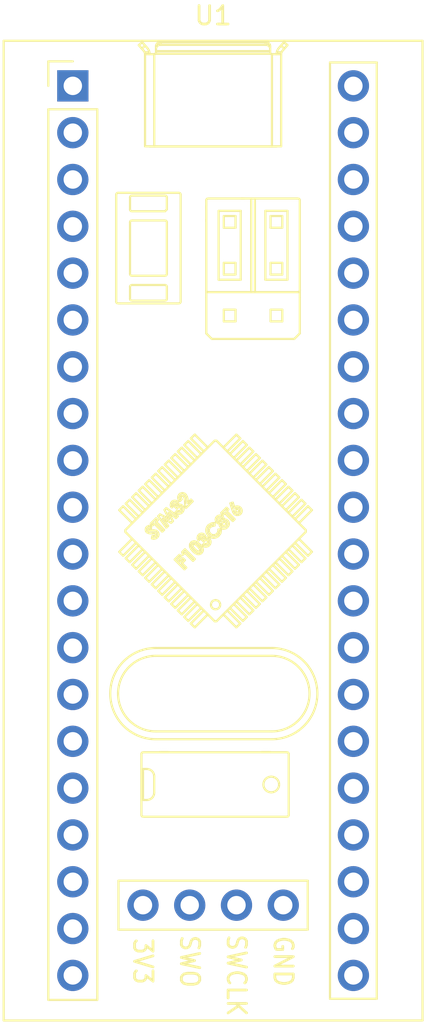
<source format=kicad_pcb>
(kicad_pcb (version 20211014) (generator pcbnew)
  (layers (0 "F.Cu" signal) (31 "B.Cu" signal) (34 "B.Paste" user) (35 "F.Paste" user) (36 "B.SilkS" user "B.Silkscreen") (37 "F.SilkS" user "F.Silkscreen") (38 "B.Mask" user) (39 "F.Mask" user) (44 "Edge.Cuts" user))
  (net 0 "")
  (footprint "simo:YAAJ_BluePill_SWD_1" (layer "F.Cu") (at 101.6 66.04)
    (fp_text reference "U1" (at 7.62 -3.81) (layer "F.SilkS"))
    (fp_text value "YAAJ_BluePill_Part_Like_SWD_Breakout" hide)
    (fp_text user "SWO" (at 6.35 47.498 270 unlocked) (layer "F.SilkS") (effects (font (size 1 0.9))))
    (fp_text user "SWCLK" (at 8.89 48.26 270 unlocked) (layer "F.SilkS") (effects (font (size 1 0.9))))
    (fp_text user "3V3" (at 3.81 47.498 270 unlocked) (layer "F.SilkS") (effects (font (size 1 0.9))))
    (fp_text user "GND" (at 11.43 47.498 270 unlocked) (layer "F.SilkS") (effects (font (size 1 0.9))))
    (pad "1" thru_hole rect locked (at 0 0) (size 1.7 1.7) (drill 1) (layers *.Cu *.Mask))
    (pad "2" thru_hole circle locked (at 0 2.54) (size 1.7 1.7) (drill 1) (layers *.Cu *.Mask))
    (pad "3" thru_hole circle locked (at 0 5.08) (size 1.7 1.7) (drill 1) (layers *.Cu *.Mask))
    (pad "4" thru_hole circle locked (at 0 7.62) (size 1.7 1.7) (drill 1) (layers *.Cu *.Mask))
    (pad "5" thru_hole circle locked (at 0 10.16) (size 1.7 1.7) (drill 1) (layers *.Cu *.Mask))
    (pad "6" thru_hole circle locked (at 0 12.7) (size 1.7 1.7) (drill 1) (layers *.Cu *.Mask))
    (pad "7" thru_hole circle locked (at 0 15.24) (size 1.7 1.7) (drill 1) (layers *.Cu *.Mask))
    (pad "8" thru_hole circle locked (at 0 17.78) (size 1.7 1.7) (drill 1) (layers *.Cu *.Mask))
    (pad "9" thru_hole circle locked (at 0 20.32) (size 1.7 1.7) (drill 1) (layers *.Cu *.Mask))
    (pad "10" thru_hole circle locked (at 0 22.86) (size 1.7 1.7) (drill 1) (layers *.Cu *.Mask))
    (pad "11" thru_hole circle locked (at 0 25.4) (size 1.7 1.7) (drill 1) (layers *.Cu *.Mask))
    (pad "12" thru_hole circle locked (at 0 27.94) (size 1.7 1.7) (drill 1) (layers *.Cu *.Mask))
    (pad "13" thru_hole circle locked (at 0 30.48) (size 1.7 1.7) (drill 1) (layers *.Cu *.Mask))
    (pad "14" thru_hole circle locked (at 0 33.02) (size 1.7 1.7) (drill 1) (layers *.Cu *.Mask))
    (pad "15" thru_hole circle locked (at 0 35.56) (size 1.7 1.7) (drill 1) (layers *.Cu *.Mask))
    (pad "16" thru_hole circle locked (at 0 38.1) (size 1.7 1.7) (drill 1) (layers *.Cu *.Mask))
    (pad "17" thru_hole circle locked (at 0 40.64) (size 1.7 1.7) (drill 1) (layers *.Cu *.Mask))
    (pad "18" thru_hole circle locked (at 0 43.18) (size 1.7 1.7) (drill 1) (layers *.Cu *.Mask))
    (pad "19" thru_hole circle locked (at 0 45.72) (size 1.7 1.7) (drill 1) (layers *.Cu *.Mask))
    (pad "20" thru_hole circle locked (at 0 48.26) (size 1.7 1.7) (drill 1) (layers *.Cu *.Mask))
    (pad "21" thru_hole circle locked (at 15.24 48.26) (size 1.7 1.7) (drill 1) (layers *.Cu *.Mask))
    (pad "22" thru_hole circle locked (at 15.24 45.72) (size 1.7 1.7) (drill 1) (layers *.Cu *.Mask))
    (pad "23" thru_hole circle locked (at 15.24 43.18) (size 1.7 1.7) (drill 1) (layers *.Cu *.Mask))
    (pad "24" thru_hole circle locked (at 15.24 40.64) (size 1.7 1.7) (drill 1) (layers *.Cu *.Mask))
    (pad "25" thru_hole circle locked (at 15.24 38.1) (size 1.7 1.7) (drill 1) (layers *.Cu *.Mask))
    (pad "26" thru_hole circle locked (at 15.24 35.56) (size 1.7 1.7) (drill 1) (layers *.Cu *.Mask))
    (pad "27" thru_hole circle locked (at 15.24 33.02) (size 1.7 1.7) (drill 1) (layers *.Cu *.Mask))
    (pad "28" thru_hole circle locked (at 15.24 30.48) (size 1.7 1.7) (drill 1) (layers *.Cu *.Mask))
    (pad "29" thru_hole circle locked (at 15.24 27.94) (size 1.7 1.7) (drill 1) (layers *.Cu *.Mask))
    (pad "30" thru_hole circle locked (at 15.24 25.4) (size 1.7 1.7) (drill 1) (layers *.Cu *.Mask))
    (pad "31" thru_hole circle locked (at 15.24 22.86) (size 1.7 1.7) (drill 1) (layers *.Cu *.Mask))
    (pad "32" thru_hole circle locked (at 15.24 20.32) (size 1.7 1.7) (drill 1) (layers *.Cu *.Mask))
    (pad "33" thru_hole circle locked (at 15.24 17.78) (size 1.7 1.7) (drill 1) (layers *.Cu *.Mask))
    (pad "34" thru_hole circle locked (at 15.24 15.24) (size 1.7 1.7) (drill 1) (layers *.Cu *.Mask))
    (pad "35" thru_hole circle locked (at 15.24 12.7) (size 1.7 1.7) (drill 1) (layers *.Cu *.Mask))
    (pad "36" thru_hole circle locked (at 15.24 10.16) (size 1.7 1.7) (drill 1) (layers *.Cu *.Mask))
    (pad "37" thru_hole circle locked (at 15.24 7.62) (size 1.7 1.7) (drill 1) (layers *.Cu *.Mask))
    (pad "38" thru_hole circle locked (at 15.24 5.08) (size 1.7 1.7) (drill 1) (layers *.Cu *.Mask))
    (pad "39" thru_hole circle locked (at 15.24 2.54) (size 1.7 1.7) (drill 1) (layers *.Cu *.Mask))
    (pad "40" thru_hole circle locked (at 15.24 0) (size 1.7 1.7) (drill 1) (layers *.Cu *.Mask))
    (pad "41" thru_hole circle locked (at 11.43 44.45) (size 1.7 1.7) (drill 1) (layers *.Cu *.Mask))
    (pad "42" thru_hole circle locked (at 8.89 44.45) (size 1.7 1.7) (drill 1) (layers *.Cu *.Mask))
    (pad "43" thru_hole circle locked (at 6.35 44.45) (size 1.7 1.7) (drill 1) (layers *.Cu *.Mask))
    (pad "44" thru_hole circle locked (at 3.81 44.45) (size 1.7 1.7) (drill 1) (layers *.Cu *.Mask))
  )
)
</source>
